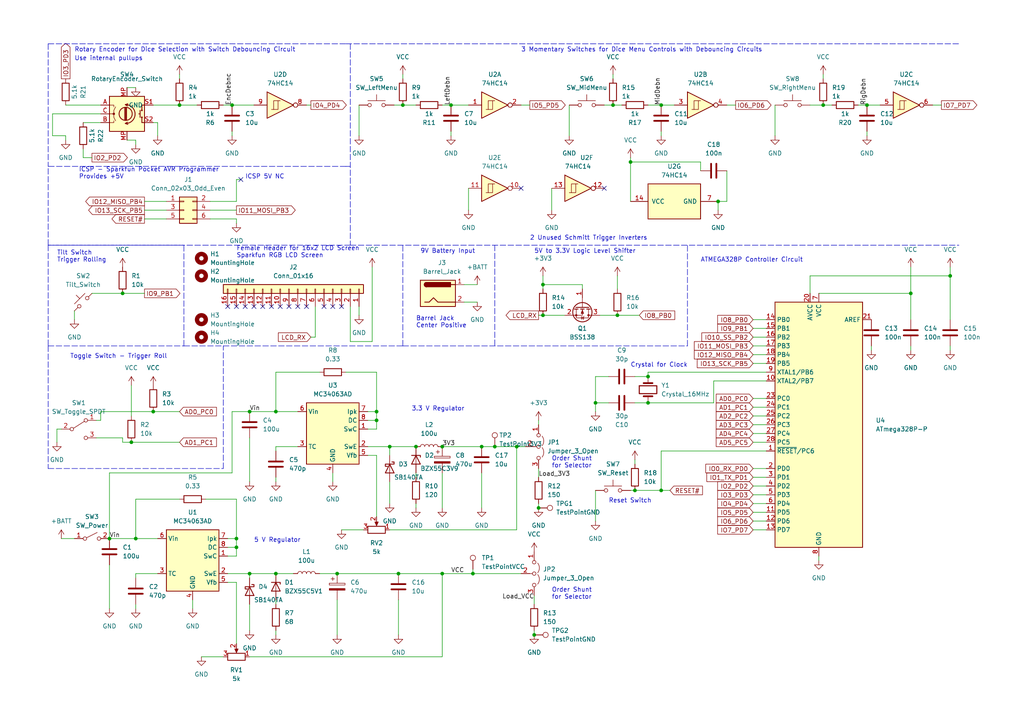
<source format=kicad_sch>
(kicad_sch (version 20210621) (generator eeschema)
  (paper "A4")
  (title_block (title "Team 2 - Dice Roller Schematic") (date "2021-10-27") (rev "1") (comment 1 "Braden Harwood, Stephen Short") (comment 2 "Drew Seidel, Michael Weston"))
  (lib_symbols
    (symbol "74xx:74HC14" (pin_names (offset 1.016))
      (property "Reference" "U" (at 0 1.27 0))
      (property "Value" "74HC14" (at 0 -1.27 0))
      (symbol "74HC14_1_0"
        (pin input line (at -7.62 0 0) (length 3.81) (name "~") (number "1"))
        (pin output inverted (at 7.62 0 180) (length 3.81) (name "~") (number "2"))
      )
      (symbol "74HC14_2_0"
        (pin input line (at -7.62 0 0) (length 3.81) (name "~") (number "3"))
        (pin output inverted (at 7.62 0 180) (length 3.81) (name "~") (number "4"))
      )
      (symbol "74HC14_3_0"
        (pin input line (at -7.62 0 0) (length 3.81) (name "~") (number "5"))
        (pin output inverted (at 7.62 0 180) (length 3.81) (name "~") (number "6"))
      )
      (symbol "74HC14_4_0"
        (pin output inverted (at 7.62 0 180) (length 3.81) (name "~") (number "8"))
        (pin input line (at -7.62 0 0) (length 3.81) (name "~") (number "9"))
      )
      (symbol "74HC14_5_0"
        (pin output inverted (at 7.62 0 180) (length 3.81) (name "~") (number "10"))
        (pin input line (at -7.62 0 0) (length 3.81) (name "~") (number "11"))
      )
      (symbol "74HC14_6_0"
        (pin output inverted (at 7.62 0 180) (length 3.81) (name "~") (number "12"))
        (pin input line (at -7.62 0 0) (length 3.81) (name "~") (number "13"))
      )
      (symbol "74HC14_7_0"
        (pin power_in line (at 0 12.7 270) (length 5.08) (name "VCC") (number "14"))
        (pin power_in line (at 0 -12.7 90) (length 5.08) (name "GND") (number "7"))
      )
    )
    (symbol "Connector:Barrel_Jack" (pin_names (offset 1.016))
      (property "Reference" "J" (at 0 5.334 0))
      (property "Value" "Barrel_Jack" (at 0 -5.08 0))
      (symbol "Barrel_Jack_1_1"
        (pin passive line (at 7.62 2.54 180) (length 2.54) (name "~") (number "1"))
        (pin passive line (at 7.62 -2.54 180) (length 2.54) (name "~") (number "2"))
      )
    )
    (symbol "Connector:TestPoint" (pin_numbers hide) (pin_names (offset 0.762) hide)
      (property "Reference" "TP" (at 0 6.858 0))
      (property "Value" "TestPoint" (at 0 5.08 0))
      (symbol "TestPoint_1_1"
        (pin passive line (at 0 0 90) (length 2.54) (name "1") (number "1"))
      )
    )
    (symbol "Connector_Generic:Conn_01x16" (pin_names (offset 1.016) hide)
      (property "Reference" "J" (at 0 20.32 0))
      (property "Value" "Conn_01x16" (at 0 -22.86 0))
      (symbol "Conn_01x16_1_1"
        (pin passive line (at -5.08 17.78 0) (length 3.81) (name "Pin_1") (number "1"))
        (pin passive line (at -5.08 -5.08 0) (length 3.81) (name "Pin_10") (number "10"))
        (pin passive line (at -5.08 -7.62 0) (length 3.81) (name "Pin_11") (number "11"))
        (pin passive line (at -5.08 -10.16 0) (length 3.81) (name "Pin_12") (number "12"))
        (pin passive line (at -5.08 -12.7 0) (length 3.81) (name "Pin_13") (number "13"))
        (pin passive line (at -5.08 -15.24 0) (length 3.81) (name "Pin_14") (number "14"))
        (pin passive line (at -5.08 -17.78 0) (length 3.81) (name "Pin_15") (number "15"))
        (pin passive line (at -5.08 -20.32 0) (length 3.81) (name "Pin_16") (number "16"))
        (pin passive line (at -5.08 15.24 0) (length 3.81) (name "Pin_2") (number "2"))
        (pin passive line (at -5.08 12.7 0) (length 3.81) (name "Pin_3") (number "3"))
        (pin passive line (at -5.08 10.16 0) (length 3.81) (name "Pin_4") (number "4"))
        (pin passive line (at -5.08 7.62 0) (length 3.81) (name "Pin_5") (number "5"))
        (pin passive line (at -5.08 5.08 0) (length 3.81) (name "Pin_6") (number "6"))
        (pin passive line (at -5.08 2.54 0) (length 3.81) (name "Pin_7") (number "7"))
        (pin passive line (at -5.08 0 0) (length 3.81) (name "Pin_8") (number "8"))
        (pin passive line (at -5.08 -2.54 0) (length 3.81) (name "Pin_9") (number "9"))
      )
    )
    (symbol "Connector_Generic:Conn_02x03_Odd_Even" (pin_names (offset 1.016) hide)
      (property "Reference" "J" (at 1.27 5.08 0))
      (property "Value" "Conn_02x03_Odd_Even" (at 1.27 -5.08 0))
      (symbol "Conn_02x03_Odd_Even_1_1"
        (pin passive line (at -5.08 2.54 0) (length 3.81) (name "Pin_1") (number "1"))
        (pin passive line (at 7.62 2.54 180) (length 3.81) (name "Pin_2") (number "2"))
        (pin passive line (at -5.08 0 0) (length 3.81) (name "Pin_3") (number "3"))
        (pin passive line (at 7.62 0 180) (length 3.81) (name "Pin_4") (number "4"))
        (pin passive line (at -5.08 -2.54 0) (length 3.81) (name "Pin_5") (number "5"))
        (pin passive line (at 7.62 -2.54 180) (length 3.81) (name "Pin_6") (number "6"))
      )
    )
    (symbol "Device:C" (pin_numbers hide) (pin_names (offset 0.254))
      (property "Reference" "C" (at 0.635 2.54 0))
      (property "Value" "C" (at 0.635 -2.54 0))
      (symbol "C_1_1"
        (pin passive line (at 0 3.81 270) (length 2.794) (name "~") (number "1"))
        (pin passive line (at 0 -3.81 90) (length 2.794) (name "~") (number "2"))
      )
    )
    (symbol "Device:C_Polarized" (pin_numbers hide) (pin_names (offset 0.254))
      (property "Reference" "C" (at 0.635 2.54 0))
      (property "Value" "C_Polarized" (at 0.635 -2.54 0))
      (symbol "C_Polarized_1_1"
        (pin passive line (at 0 3.81 270) (length 2.794) (name "~") (number "1"))
        (pin passive line (at 0 -3.81 90) (length 2.794) (name "~") (number "2"))
      )
    )
    (symbol "Device:Crystal" (pin_numbers hide) (pin_names (offset 1.016) hide)
      (property "Reference" "Y" (at 0 3.81 0))
      (property "Value" "Crystal" (at 0 -3.81 0))
      (symbol "Crystal_1_1"
        (pin passive line (at -3.81 0 0) (length 1.27) (name "1") (number "1"))
        (pin passive line (at 3.81 0 180) (length 1.27) (name "2") (number "2"))
      )
    )
    (symbol "Device:D_Schottky" (pin_numbers hide) (pin_names (offset 1.016) hide)
      (property "Reference" "D" (at 0 2.54 0))
      (property "Value" "D_Schottky" (at 0 -2.54 0))
      (symbol "D_Schottky_1_1"
        (pin passive line (at -3.81 0 0) (length 2.54) (name "K") (number "1"))
        (pin passive line (at 3.81 0 180) (length 2.54) (name "A") (number "2"))
      )
    )
    (symbol "Device:D_Zener" (pin_numbers hide) (pin_names (offset 1.016) hide)
      (property "Reference" "D" (at 0 2.54 0))
      (property "Value" "D_Zener" (at 0 -2.54 0))
      (symbol "D_Zener_1_1"
        (pin passive line (at -3.81 0 0) (length 2.54) (name "K") (number "1"))
        (pin passive line (at 3.81 0 180) (length 2.54) (name "A") (number "2"))
      )
    )
    (symbol "Device:L" (pin_numbers hide) (pin_names (offset 1.016) hide)
      (property "Reference" "L" (at -1.27 0 90))
      (property "Value" "L" (at 1.905 0 90))
      (symbol "L_1_1"
        (pin passive line (at 0 3.81 270) (length 1.27) (name "1") (number "1"))
        (pin passive line (at 0 -3.81 90) (length 1.27) (name "2") (number "2"))
      )
    )
    (symbol "Device:R" (pin_numbers hide) (pin_names (offset 0))
      (property "Reference" "R" (at 2.032 0 90))
      (property "Value" "R" (at 0 0 90))
      (symbol "R_1_1"
        (pin passive line (at 0 3.81 270) (length 1.27) (name "~") (number "1"))
        (pin passive line (at 0 -3.81 90) (length 1.27) (name "~") (number "2"))
      )
    )
    (symbol "Device:R_Potentiometer" (pin_names (offset 1.016) hide)
      (property "Reference" "RV" (at -4.445 0 90))
      (property "Value" "R_Potentiometer" (at -2.54 0 90))
      (symbol "R_Potentiometer_1_1"
        (pin passive line (at 0 3.81 270) (length 1.27) (name "1") (number "1"))
        (pin passive line (at 3.81 0 180) (length 1.27) (name "2") (number "2"))
        (pin passive line (at 0 -3.81 90) (length 1.27) (name "3") (number "3"))
      )
    )
    (symbol "Jumper:Jumper_3_Open" (pin_names (offset 0) hide)
      (property "Reference" "JP" (at -2.54 -2.54 0))
      (property "Value" "Jumper_3_Open" (at 0 2.794 0))
      (symbol "Jumper_3_Open_1_1"
        (pin passive line (at -6.35 0 0) (length 2.54) (name "A") (number "1"))
        (pin input line (at 0 -3.81 90) (length 2.54) (name "C") (number "2"))
        (pin passive line (at 6.35 0 180) (length 2.54) (name "B") (number "3"))
      )
    )
    (symbol "MCU_Microchip_ATmega:ATmega328P-P"
      (property "Reference" "U" (at -12.7 36.83 0))
      (property "Value" "ATmega328P-P" (at 2.54 -36.83 0))
      (symbol "ATmega328P-P_1_1"
        (pin bidirectional line (at 15.24 -7.62 180) (length 2.54) (name "~{RESET}/PC6") (number "1"))
        (pin bidirectional line (at 15.24 12.7 180) (length 2.54) (name "XTAL2/PB7") (number "10"))
        (pin bidirectional line (at 15.24 -25.4 180) (length 2.54) (name "PD5") (number "11"))
        (pin bidirectional line (at 15.24 -27.94 180) (length 2.54) (name "PD6") (number "12"))
        (pin bidirectional line (at 15.24 -30.48 180) (length 2.54) (name "PD7") (number "13"))
        (pin bidirectional line (at 15.24 30.48 180) (length 2.54) (name "PB0") (number "14"))
        (pin bidirectional line (at 15.24 27.94 180) (length 2.54) (name "PB1") (number "15"))
        (pin bidirectional line (at 15.24 25.4 180) (length 2.54) (name "PB2") (number "16"))
        (pin bidirectional line (at 15.24 22.86 180) (length 2.54) (name "PB3") (number "17"))
        (pin bidirectional line (at 15.24 20.32 180) (length 2.54) (name "PB4") (number "18"))
        (pin bidirectional line (at 15.24 17.78 180) (length 2.54) (name "PB5") (number "19"))
        (pin bidirectional line (at 15.24 -12.7 180) (length 2.54) (name "PD0") (number "2"))
        (pin power_in line (at 2.54 38.1 270) (length 2.54) (name "AVCC") (number "20"))
        (pin passive line (at -15.24 30.48 0) (length 2.54) (name "AREF") (number "21"))
        (pin passive line (at 0 -38.1 90) (length 2.54) hide (name "GND") (number "22"))
        (pin bidirectional line (at 15.24 7.62 180) (length 2.54) (name "PC0") (number "23"))
        (pin bidirectional line (at 15.24 5.08 180) (length 2.54) (name "PC1") (number "24"))
        (pin bidirectional line (at 15.24 2.54 180) (length 2.54) (name "PC2") (number "25"))
        (pin bidirectional line (at 15.24 0 180) (length 2.54) (name "PC3") (number "26"))
        (pin bidirectional line (at 15.24 -2.54 180) (length 2.54) (name "PC4") (number "27"))
        (pin bidirectional line (at 15.24 -5.08 180) (length 2.54) (name "PC5") (number "28"))
        (pin bidirectional line (at 15.24 -15.24 180) (length 2.54) (name "PD1") (number "3"))
        (pin bidirectional line (at 15.24 -17.78 180) (length 2.54) (name "PD2") (number "4"))
        (pin bidirectional line (at 15.24 -20.32 180) (length 2.54) (name "PD3") (number "5"))
        (pin bidirectional line (at 15.24 -22.86 180) (length 2.54) (name "PD4") (number "6"))
        (pin power_in line (at 0 38.1 270) (length 2.54) (name "VCC") (number "7"))
        (pin power_in line (at 0 -38.1 90) (length 2.54) (name "GND") (number "8"))
        (pin bidirectional line (at 15.24 15.24 180) (length 2.54) (name "XTAL1/PB6") (number "9"))
      )
    )
    (symbol "Mechanical:MountingHole" (pin_names (offset 1.016))
      (property "Reference" "H" (at 0 5.08 0))
      (property "Value" "MountingHole" (at 0 3.175 0))
    )
    (symbol "Regulator_Switching:MC34063AD"
      (property "Reference" "U" (at -7.62 8.89 0))
      (property "Value" "MC34063AD" (at 0 8.89 0))
      (symbol "MC34063AD_1_1"
        (pin open_collector line (at 10.16 0 180) (length 2.54) (name "SwC") (number "1"))
        (pin open_emitter line (at 10.16 -5.08 180) (length 2.54) (name "SwE") (number "2"))
        (pin passive line (at -10.16 -5.08 0) (length 2.54) (name "TC") (number "3"))
        (pin power_in line (at 0 -12.7 90) (length 2.54) (name "GND") (number "4"))
        (pin input line (at 10.16 -7.62 180) (length 2.54) (name "Vfb") (number "5"))
        (pin power_in line (at -10.16 5.08 0) (length 2.54) (name "Vin") (number "6"))
        (pin input line (at 10.16 5.08 180) (length 2.54) (name "Ipk") (number "7"))
        (pin open_collector line (at 10.16 2.54 180) (length 2.54) (name "DC") (number "8"))
      )
    )
    (symbol "RotaryEncoder_Switch_1" (pin_names (offset 0.254) hide)
      (property "Reference" "SW4" (at 0 11.43 0))
      (property "Value" "RotaryEncoder_Switch" (at 0 10.16 0))
      (symbol "RotaryEncoder_Switch_1_1_1"
        (pin passive line (at -7.62 2.54 0) (length 2.54) (name "A") (number "A"))
        (pin passive line (at -7.62 -2.54 0) (length 2.54) (name "B") (number "B"))
        (pin passive line (at -7.62 0 0) (length 2.54) (name "C") (number "C"))
        (pin passive line (at 0 -7.62 90) (length 2.54) (name "MP") (number "MP"))
        (pin passive line (at 0 7.62 270) (length 2.54) (name "MP") (number "MP"))
        (pin passive line (at 7.62 2.54 180) (length 2.54) (name "S1") (number "S1"))
        (pin passive line (at 7.62 -2.54 180) (length 2.54) (name "S2") (number "S2"))
      )
    )
    (symbol "Switch:SW_Push" (pin_numbers hide) (pin_names (offset 1.016) hide)
      (property "Reference" "SW" (at 1.27 2.54 0))
      (property "Value" "SW_Push" (at 0 -1.524 0))
      (symbol "SW_Push_0_1"
        (pin passive line (at -5.08 0 0) (length 2.54) (name "1") (number "1"))
        (pin passive line (at 5.08 0 180) (length 2.54) (name "2") (number "2"))
      )
    )
    (symbol "Switch:SW_Push_45deg" (pin_numbers hide) (pin_names (offset 1.016) hide)
      (property "Reference" "SW" (at 3.048 1.016 0))
      (property "Value" "SW_Push_45deg" (at 0 -3.81 0))
      (symbol "SW_Push_45deg_0_1"
        (pin passive line (at -2.54 2.54 0) (length 0) (name "1") (number "1"))
        (pin passive line (at 2.54 -2.54 180) (length 0) (name "2") (number "2"))
      )
    )
    (symbol "Switch:SW_SPDT" (pin_names (offset 0) hide)
      (property "Reference" "SW" (at 0 4.318 0))
      (property "Value" "SW_SPDT" (at 0 -5.08 0))
      (symbol "SW_SPDT_1_1"
        (pin passive line (at 5.08 2.54 180) (length 2.54) (name "A") (number "1"))
        (pin passive line (at -5.08 0 0) (length 2.54) (name "B") (number "2"))
        (pin passive line (at 5.08 -2.54 180) (length 2.54) (name "C") (number "3"))
      )
    )
    (symbol "Switch:SW_SPST" (pin_names (offset 0) hide)
      (property "Reference" "SW" (at 0 3.175 0))
      (property "Value" "SW_SPST" (at 0 -2.54 0))
      (symbol "SW_SPST_1_1"
        (pin passive line (at -5.08 0 0) (length 2.54) (name "A") (number "1"))
        (pin passive line (at 5.08 0 180) (length 2.54) (name "B") (number "2"))
      )
    )
    (symbol "Transistor_FET:BSS138" (pin_names hide)
      (property "Reference" "Q" (at 5.08 1.905 0))
      (property "Value" "BSS138" (at 5.08 0 0))
      (symbol "BSS138_1_1"
        (pin input line (at -5.08 0 0) (length 2.54) (name "G") (number "1"))
        (pin passive line (at 2.54 -5.08 90) (length 2.54) (name "S") (number "2"))
        (pin passive line (at 2.54 5.08 270) (length 2.54) (name "D") (number "3"))
      )
    )
    (symbol "power:+3.3V" (power) (pin_names (offset 0))
      (property "Value" "+3.3V" (at 0 3.556 0))
      (symbol "+3.3V_1_1"
        (pin power_in line (at 0 0 90) (length 0) hide (name "+3V3") (number "1"))
      )
    )
    (symbol "power:+BATT" (power) (pin_names (offset 0))
      (property "Value" "+BATT" (at 0 3.556 0))
      (symbol "+BATT_1_1"
        (pin power_in line (at 0 0 90) (length 0) hide (name "+BATT") (number "1"))
      )
    )
    (symbol "power:GND" (power) (pin_names (offset 0))
      (property "Value" "GND" (at 0 -3.81 0))
      (symbol "GND_1_1"
        (pin power_in line (at 0 0 270) (length 0) hide (name "GND") (number "1"))
      )
    )
    (symbol "power:VCC" (power) (pin_names (offset 0))
      (property "Value" "VCC" (at 0 3.81 0))
      (symbol "VCC_1_1"
        (pin power_in line (at 0 0 90) (length 0) hide (name "VCC") (number "1"))
      )
    )
  )
  (junction (at 31.75 156.21))
  (junction (at 35.56 85.09))
  (junction (at 38.1 128.27))
  (junction (at 39.37 156.21))
  (junction (at 44.45 119.38))
  (junction (at 52.07 30.48))
  (junction (at 67.31 30.48))
  (junction (at 68.58 156.21))
  (junction (at 68.58 158.75))
  (junction (at 72.39 119.38))
  (junction (at 72.39 166.37))
  (junction (at 80.01 119.38))
  (junction (at 80.01 166.37))
  (junction (at 97.79 166.37))
  (junction (at 109.22 119.38))
  (junction (at 109.22 121.92))
  (junction (at 113.03 129.54))
  (junction (at 115.57 166.37))
  (junction (at 116.84 30.48))
  (junction (at 120.65 129.54))
  (junction (at 128.27 129.54))
  (junction (at 128.27 166.37))
  (junction (at 130.81 30.48))
  (junction (at 137.16 166.37))
  (junction (at 139.7 129.54))
  (junction (at 143.51 129.54))
  (junction (at 149.86 129.54))
  (junction (at 154.94 184.15))
  (junction (at 156.21 147.32))
  (junction (at 157.48 82.55))
  (junction (at 157.48 91.44))
  (junction (at 172.72 116.84))
  (junction (at 177.8 30.48))
  (junction (at 179.07 91.44))
  (junction (at 182.88 46.99))
  (junction (at 184.15 142.24))
  (junction (at 187.96 109.22))
  (junction (at 187.96 116.84))
  (junction (at 191.77 30.48))
  (junction (at 191.77 142.24))
  (junction (at 208.28 58.42))
  (junction (at 238.76 30.48))
  (junction (at 251.46 30.48))
  (junction (at 264.16 85.09))
  (junction (at 275.59 80.01))
  (no_connect (at 66.04 88.9))
  (no_connect (at 68.58 88.9))
  (no_connect (at 69.85 52.07))
  (no_connect (at 71.12 88.9))
  (no_connect (at 73.66 88.9))
  (no_connect (at 76.2 88.9))
  (no_connect (at 78.74 88.9))
  (no_connect (at 81.28 88.9))
  (no_connect (at 83.82 88.9))
  (no_connect (at 86.36 88.9))
  (no_connect (at 88.9 88.9))
  (no_connect (at 93.98 88.9))
  (no_connect (at 96.52 88.9))
  (no_connect (at 99.06 88.9))
  (no_connect (at 151.13 54.61))
  (no_connect (at 175.26 54.61))
  (wire (pts (xy 15.24 33.02) (xy 29.21 33.02)))
  (wire (pts (xy 15.24 39.37) (xy 15.24 33.02)))
  (wire (pts (xy 15.24 39.37) (xy 19.05 39.37)))
  (wire (pts (xy 16.51 124.46) (xy 17.78 124.46)))
  (wire (pts (xy 16.51 128.27) (xy 16.51 124.46)))
  (wire (pts (xy 17.78 156.21) (xy 21.59 156.21)))
  (wire (pts (xy 19.05 30.48) (xy 29.21 30.48)))
  (wire (pts (xy 19.05 39.37) (xy 19.05 40.64)))
  (wire (pts (xy 21.59 90.17) (xy 21.59 92.71)))
  (wire (pts (xy 24.13 35.56) (xy 29.21 35.56)))
  (wire (pts (xy 24.13 43.18) (xy 24.13 45.72)))
  (wire (pts (xy 24.13 45.72) (xy 26.67 45.72)))
  (wire (pts (xy 26.67 85.09) (xy 35.56 85.09)))
  (wire (pts (xy 27.94 127) (xy 35.56 127)))
  (wire (pts (xy 29.21 119.38) (xy 29.21 121.92)))
  (wire (pts (xy 29.21 119.38) (xy 44.45 119.38)))
  (wire (pts (xy 29.21 121.92) (xy 27.94 121.92)))
  (wire (pts (xy 31.75 137.16) (xy 67.31 137.16)))
  (wire (pts (xy 31.75 156.21) (xy 31.75 137.16)))
  (wire (pts (xy 31.75 156.21) (xy 39.37 156.21)))
  (wire (pts (xy 31.75 163.83) (xy 31.75 176.53)))
  (wire (pts (xy 35.56 85.09) (xy 41.91 85.09)))
  (wire (pts (xy 35.56 127) (xy 35.56 128.27)))
  (wire (pts (xy 35.56 128.27) (xy 38.1 128.27)))
  (wire (pts (xy 36.83 25.4) (xy 39.37 25.4)))
  (wire (pts (xy 36.83 40.64) (xy 39.37 40.64)))
  (wire (pts (xy 38.1 111.76) (xy 38.1 120.65)))
  (wire (pts (xy 38.1 128.27) (xy 52.07 128.27)))
  (wire (pts (xy 39.37 40.64) (xy 39.37 41.91)))
  (wire (pts (xy 39.37 144.78) (xy 39.37 156.21)))
  (wire (pts (xy 39.37 156.21) (xy 45.72 156.21)))
  (wire (pts (xy 39.37 166.37) (xy 45.72 166.37)))
  (wire (pts (xy 39.37 167.64) (xy 39.37 166.37)))
  (wire (pts (xy 39.37 175.26) (xy 39.37 176.53)))
  (wire (pts (xy 41.91 58.42) (xy 48.26 58.42)))
  (wire (pts (xy 41.91 60.96) (xy 48.26 60.96)))
  (wire (pts (xy 41.91 63.5) (xy 48.26 63.5)))
  (wire (pts (xy 44.45 30.48) (xy 52.07 30.48)))
  (wire (pts (xy 44.45 35.56) (xy 45.72 35.56)))
  (wire (pts (xy 44.45 119.38) (xy 52.07 119.38)))
  (wire (pts (xy 45.72 39.37) (xy 45.72 35.56)))
  (wire (pts (xy 52.07 21.59) (xy 52.07 22.86)))
  (wire (pts (xy 52.07 30.48) (xy 57.15 30.48)))
  (wire (pts (xy 52.07 144.78) (xy 39.37 144.78)))
  (wire (pts (xy 55.88 173.99) (xy 55.88 176.53)))
  (wire (pts (xy 58.42 190.5) (xy 64.77 190.5)))
  (wire (pts (xy 59.69 144.78) (xy 68.58 144.78)))
  (wire (pts (xy 60.96 58.42) (xy 68.58 58.42)))
  (wire (pts (xy 60.96 60.96) (xy 68.58 60.96)))
  (wire (pts (xy 60.96 63.5) (xy 68.58 63.5)))
  (wire (pts (xy 64.77 30.48) (xy 67.31 30.48)))
  (wire (pts (xy 66.04 156.21) (xy 68.58 156.21)))
  (wire (pts (xy 66.04 158.75) (xy 68.58 158.75)))
  (wire (pts (xy 66.04 166.37) (xy 72.39 166.37)))
  (wire (pts (xy 67.31 30.48) (xy 73.66 30.48)))
  (wire (pts (xy 67.31 38.1) (xy 67.31 39.37)))
  (wire (pts (xy 67.31 119.38) (xy 72.39 119.38)))
  (wire (pts (xy 67.31 137.16) (xy 67.31 119.38)))
  (wire (pts (xy 68.58 52.07) (xy 68.58 58.42)))
  (wire (pts (xy 68.58 63.5) (xy 68.58 64.77)))
  (wire (pts (xy 68.58 144.78) (xy 68.58 156.21)))
  (wire (pts (xy 68.58 156.21) (xy 68.58 158.75)))
  (wire (pts (xy 68.58 158.75) (xy 68.58 161.29)))
  (wire (pts (xy 68.58 161.29) (xy 66.04 161.29)))
  (wire (pts (xy 68.58 168.91) (xy 66.04 168.91)))
  (wire (pts (xy 68.58 186.69) (xy 68.58 168.91)))
  (wire (pts (xy 69.85 52.07) (xy 68.58 52.07)))
  (wire (pts (xy 72.39 119.38) (xy 80.01 119.38)))
  (wire (pts (xy 72.39 127) (xy 72.39 139.7)))
  (wire (pts (xy 72.39 166.37) (xy 72.39 167.64)))
  (wire (pts (xy 72.39 166.37) (xy 80.01 166.37)))
  (wire (pts (xy 72.39 175.26) (xy 72.39 182.88)))
  (wire (pts (xy 72.39 190.5) (xy 128.27 190.5)))
  (wire (pts (xy 80.01 107.95) (xy 80.01 119.38)))
  (wire (pts (xy 80.01 119.38) (xy 86.36 119.38)))
  (wire (pts (xy 80.01 129.54) (xy 86.36 129.54)))
  (wire (pts (xy 80.01 130.81) (xy 80.01 129.54)))
  (wire (pts (xy 80.01 138.43) (xy 80.01 139.7)))
  (wire (pts (xy 80.01 166.37) (xy 85.09 166.37)))
  (wire (pts (xy 80.01 173.99) (xy 80.01 175.26)))
  (wire (pts (xy 80.01 182.88) (xy 80.01 184.15)))
  (wire (pts (xy 88.9 30.48) (xy 90.17 30.48)))
  (wire (pts (xy 90.17 97.79) (xy 91.44 97.79)))
  (wire (pts (xy 91.44 88.9) (xy 91.44 97.79)))
  (wire (pts (xy 92.71 107.95) (xy 80.01 107.95)))
  (wire (pts (xy 92.71 166.37) (xy 97.79 166.37)))
  (wire (pts (xy 96.52 137.16) (xy 96.52 139.7)))
  (wire (pts (xy 97.79 166.37) (xy 115.57 166.37)))
  (wire (pts (xy 97.79 173.99) (xy 97.79 184.15)))
  (wire (pts (xy 99.06 153.67) (xy 105.41 153.67)))
  (wire (pts (xy 100.33 107.95) (xy 109.22 107.95)))
  (wire (pts (xy 101.6 88.9) (xy 101.6 99.06)))
  (wire (pts (xy 101.6 99.06) (xy 107.95 99.06)))
  (wire (pts (xy 104.14 30.48) (xy 104.14 39.37)))
  (wire (pts (xy 104.14 88.9) (xy 104.14 91.44)))
  (wire (pts (xy 106.68 119.38) (xy 109.22 119.38)))
  (wire (pts (xy 106.68 121.92) (xy 109.22 121.92)))
  (wire (pts (xy 106.68 129.54) (xy 113.03 129.54)))
  (wire (pts (xy 107.95 99.06) (xy 107.95 77.47)))
  (wire (pts (xy 109.22 107.95) (xy 109.22 119.38)))
  (wire (pts (xy 109.22 119.38) (xy 109.22 121.92)))
  (wire (pts (xy 109.22 121.92) (xy 109.22 124.46)))
  (wire (pts (xy 109.22 124.46) (xy 106.68 124.46)))
  (wire (pts (xy 109.22 132.08) (xy 106.68 132.08)))
  (wire (pts (xy 109.22 149.86) (xy 109.22 132.08)))
  (wire (pts (xy 113.03 129.54) (xy 113.03 132.08)))
  (wire (pts (xy 113.03 129.54) (xy 120.65 129.54)))
  (wire (pts (xy 113.03 139.7) (xy 113.03 146.05)))
  (wire (pts (xy 113.03 153.67) (xy 149.86 153.67)))
  (wire (pts (xy 114.3 30.48) (xy 116.84 30.48)))
  (wire (pts (xy 115.57 166.37) (xy 128.27 166.37)))
  (wire (pts (xy 115.57 173.99) (xy 115.57 184.15)))
  (wire (pts (xy 116.84 21.59) (xy 116.84 22.86)))
  (wire (pts (xy 116.84 30.48) (xy 120.65 30.48)))
  (wire (pts (xy 120.65 137.16) (xy 120.65 138.43)))
  (wire (pts (xy 120.65 146.05) (xy 120.65 147.32)))
  (wire (pts (xy 128.27 30.48) (xy 130.81 30.48)))
  (wire (pts (xy 128.27 129.54) (xy 139.7 129.54)))
  (wire (pts (xy 128.27 137.16) (xy 128.27 147.32)))
  (wire (pts (xy 128.27 166.37) (xy 128.27 190.5)))
  (wire (pts (xy 128.27 166.37) (xy 137.16 166.37)))
  (wire (pts (xy 130.81 30.48) (xy 135.89 30.48)))
  (wire (pts (xy 130.81 38.1) (xy 130.81 39.37)))
  (wire (pts (xy 134.62 82.55) (xy 138.43 82.55)))
  (wire (pts (xy 134.62 87.63) (xy 138.43 87.63)))
  (wire (pts (xy 135.89 54.61) (xy 135.89 60.96)))
  (wire (pts (xy 137.16 165.1) (xy 137.16 166.37)))
  (wire (pts (xy 137.16 166.37) (xy 151.13 166.37)))
  (wire (pts (xy 139.7 129.54) (xy 143.51 129.54)))
  (wire (pts (xy 139.7 137.16) (xy 139.7 147.32)))
  (wire (pts (xy 143.51 129.54) (xy 149.86 129.54)))
  (wire (pts (xy 149.86 129.54) (xy 149.86 153.67)))
  (wire (pts (xy 149.86 129.54) (xy 152.4 129.54)))
  (wire (pts (xy 151.13 30.48) (xy 153.67 30.48)))
  (wire (pts (xy 154.94 172.72) (xy 154.94 175.26)))
  (wire (pts (xy 154.94 182.88) (xy 154.94 184.15)))
  (wire (pts (xy 156.21 91.44) (xy 157.48 91.44)))
  (wire (pts (xy 156.21 121.92) (xy 156.21 123.19)))
  (wire (pts (xy 156.21 135.89) (xy 156.21 138.43)))
  (wire (pts (xy 156.21 146.05) (xy 156.21 147.32)))
  (wire (pts (xy 157.48 80.01) (xy 157.48 82.55)))
  (wire (pts (xy 157.48 82.55) (xy 157.48 83.82)))
  (wire (pts (xy 157.48 91.44) (xy 163.83 91.44)))
  (wire (pts (xy 160.02 54.61) (xy 160.02 60.96)))
  (wire (pts (xy 165.1 30.48) (xy 165.1 39.37)))
  (wire (pts (xy 168.91 82.55) (xy 157.48 82.55)))
  (wire (pts (xy 168.91 83.82) (xy 168.91 82.55)))
  (wire (pts (xy 172.72 109.22) (xy 172.72 116.84)))
  (wire (pts (xy 172.72 116.84) (xy 172.72 119.38)))
  (wire (pts (xy 172.72 116.84) (xy 176.53 116.84)))
  (wire (pts (xy 172.72 142.24) (xy 172.72 151.13)))
  (wire (pts (xy 173.99 91.44) (xy 179.07 91.44)))
  (wire (pts (xy 175.26 30.48) (xy 177.8 30.48)))
  (wire (pts (xy 176.53 109.22) (xy 172.72 109.22)))
  (wire (pts (xy 177.8 21.59) (xy 177.8 22.86)))
  (wire (pts (xy 177.8 30.48) (xy 180.34 30.48)))
  (wire (pts (xy 179.07 80.01) (xy 179.07 83.82)))
  (wire (pts (xy 179.07 91.44) (xy 185.42 91.44)))
  (wire (pts (xy 182.88 45.72) (xy 182.88 46.99)))
  (wire (pts (xy 182.88 46.99) (xy 182.88 58.42)))
  (wire (pts (xy 182.88 142.24) (xy 184.15 142.24)))
  (wire (pts (xy 184.15 109.22) (xy 187.96 109.22)))
  (wire (pts (xy 184.15 116.84) (xy 187.96 116.84)))
  (wire (pts (xy 184.15 133.35) (xy 184.15 134.62)))
  (wire (pts (xy 184.15 142.24) (xy 191.77 142.24)))
  (wire (pts (xy 187.96 30.48) (xy 191.77 30.48)))
  (wire (pts (xy 187.96 107.95) (xy 187.96 109.22)))
  (wire (pts (xy 187.96 107.95) (xy 222.25 107.95)))
  (wire (pts (xy 191.77 30.48) (xy 195.58 30.48)))
  (wire (pts (xy 191.77 38.1) (xy 191.77 39.37)))
  (wire (pts (xy 191.77 130.81) (xy 191.77 142.24)))
  (wire (pts (xy 191.77 130.81) (xy 222.25 130.81)))
  (wire (pts (xy 191.77 142.24) (xy 194.31 142.24)))
  (wire (pts (xy 203.2 46.99) (xy 182.88 46.99)))
  (wire (pts (xy 203.2 49.53) (xy 203.2 46.99)))
  (wire (pts (xy 207.01 110.49) (xy 207.01 116.84)))
  (wire (pts (xy 207.01 110.49) (xy 222.25 110.49)))
  (wire (pts (xy 207.01 116.84) (xy 187.96 116.84)))
  (wire (pts (xy 208.28 58.42) (xy 208.28 60.96)))
  (wire (pts (xy 210.82 30.48) (xy 213.36 30.48)))
  (wire (pts (xy 210.82 49.53) (xy 210.82 58.42)))
  (wire (pts (xy 210.82 58.42) (xy 208.28 58.42)))
  (wire (pts (xy 218.44 92.71) (xy 222.25 92.71)))
  (wire (pts (xy 218.44 95.25) (xy 222.25 95.25)))
  (wire (pts (xy 218.44 97.79) (xy 222.25 97.79)))
  (wire (pts (xy 218.44 100.33) (xy 222.25 100.33)))
  (wire (pts (xy 218.44 102.87) (xy 222.25 102.87)))
  (wire (pts (xy 218.44 105.41) (xy 222.25 105.41)))
  (wire (pts (xy 218.44 115.57) (xy 222.25 115.57)))
  (wire (pts (xy 218.44 118.11) (xy 222.25 118.11)))
  (wire (pts (xy 218.44 120.65) (xy 222.25 120.65)))
  (wire (pts (xy 218.44 123.19) (xy 222.25 123.19)))
  (wire (pts (xy 218.44 125.73) (xy 222.25 125.73)))
  (wire (pts (xy 218.44 128.27) (xy 222.25 128.27)))
  (wire (pts (xy 218.44 135.89) (xy 222.25 135.89)))
  (wire (pts (xy 218.44 138.43) (xy 222.25 138.43)))
  (wire (pts (xy 218.44 140.97) (xy 222.25 140.97)))
  (wire (pts (xy 218.44 143.51) (xy 222.25 143.51)))
  (wire (pts (xy 218.44 146.05) (xy 222.25 146.05)))
  (wire (pts (xy 218.44 148.59) (xy 222.25 148.59)))
  (wire (pts (xy 218.44 151.13) (xy 222.25 151.13)))
  (wire (pts (xy 218.44 153.67) (xy 222.25 153.67)))
  (wire (pts (xy 224.79 30.48) (xy 224.79 39.37)))
  (wire (pts (xy 234.95 30.48) (xy 238.76 30.48)))
  (wire (pts (xy 234.95 80.01) (xy 275.59 80.01)))
  (wire (pts (xy 234.95 85.09) (xy 234.95 80.01)))
  (wire (pts (xy 237.49 85.09) (xy 264.16 85.09)))
  (wire (pts (xy 237.49 161.29) (xy 237.49 162.56)))
  (wire (pts (xy 238.76 21.59) (xy 238.76 22.86)))
  (wire (pts (xy 238.76 30.48) (xy 241.3 30.48)))
  (wire (pts (xy 248.92 30.48) (xy 251.46 30.48)))
  (wire (pts (xy 251.46 30.48) (xy 255.27 30.48)))
  (wire (pts (xy 251.46 38.1) (xy 251.46 39.37)))
  (wire (pts (xy 252.73 100.33) (xy 252.73 101.6)))
  (wire (pts (xy 264.16 77.47) (xy 264.16 85.09)))
  (wire (pts (xy 264.16 85.09) (xy 264.16 92.71)))
  (wire (pts (xy 264.16 100.33) (xy 264.16 101.6)))
  (wire (pts (xy 270.51 30.48) (xy 273.05 30.48)))
  (wire (pts (xy 275.59 77.47) (xy 275.59 80.01)))
  (wire (pts (xy 275.59 80.01) (xy 275.59 92.71)))
  (wire (pts (xy 275.59 100.33) (xy 275.59 101.6)))
  (polyline (pts (xy 13.97 12.7) (xy 13.97 48.26)))
  (polyline (pts (xy 13.97 12.7) (xy 100.33 12.7)))
  (polyline (pts (xy 13.97 71.12) (xy 13.97 48.26)))
  (polyline (pts (xy 13.97 71.12) (xy 13.97 100.33)))
  (polyline (pts (xy 13.97 71.12) (xy 53.34 71.12)))
  (polyline (pts (xy 13.97 100.33) (xy 13.97 135.89)))
  (polyline (pts (xy 13.97 100.33) (xy 53.34 100.33)))
  (polyline (pts (xy 13.97 135.89) (xy 64.77 135.89)))
  (polyline (pts (xy 53.34 100.33) (xy 53.34 71.12)))
  (polyline (pts (xy 53.34 100.33) (xy 116.84 100.33)))
  (polyline (pts (xy 64.77 135.89) (xy 64.77 100.33)))
  (polyline (pts (xy 100.33 12.7) (xy 278.13 12.7)))
  (polyline (pts (xy 100.33 48.26) (xy 13.97 48.26)))
  (polyline (pts (xy 100.33 48.26) (xy 101.6 48.26)))
  (polyline (pts (xy 101.6 12.7) (xy 101.6 71.12)))
  (polyline (pts (xy 101.6 71.12) (xy 13.97 71.12)))
  (polyline (pts (xy 101.6 71.12) (xy 278.13 71.12)))
  (polyline (pts (xy 116.84 100.33) (xy 116.84 71.12)))
  (polyline (pts (xy 116.84 100.33) (xy 199.39 100.33)))
  (polyline (pts (xy 143.51 71.12) (xy 143.51 100.33)))
  (polyline (pts (xy 199.39 100.33) (xy 199.39 71.12)))
  (text "Tilt Switch\nTrigger Rolling" (at 16.51 76.2 0) (effects (font (size 1.27 1.27)) (justify left bottom)))
  (text "Toggle Switch - Trigger Roll" (at 20.32 104.14 0) (effects (font (size 1.27 1.27)) (justify left bottom)))
  (text "Rotary Encoder for Dice Selection with Switch Debouncing Circuit" (at 21.59 15.24 0) (effects (font (size 1.27 1.27)) (justify left bottom)))
  (text "Use internal pullups" (at 21.59 17.78 0) (effects (font (size 1.27 1.27)) (justify left bottom)))
  (text "ICSP - Sparkfun Pocket AVR Programmer\nProvides +5V" (at 22.86 52.07 0) (effects (font (size 1.27 1.27)) (justify left bottom)))
  (text "Female Header for 16x2 LCD Screen\nSparkfun RGB LCD Screen" (at 68.58 74.93 0) (effects (font (size 1.27 1.27)) (justify left bottom)))
  (text "ICSP 5V NC" (at 71.12 52.07 0) (effects (font (size 1.27 1.27)) (justify left bottom)))
  (text "5 V Regulator" (at 73.66 157.48 0) (effects (font (size 1.27 1.27)) (justify left bottom)))
  (text "3.3 V Regulator" (at 119.38 119.38 0) (effects (font (size 1.27 1.27)) (justify left bottom)))
  (text "Barrel Jack\nCenter Positive" (at 120.65 95.25 0) (effects (font (size 1.27 1.27)) (justify left bottom)))
  (text "9V Battery Input" (at 121.92 73.66 0) (effects (font (size 1.27 1.27)) (justify left bottom)))
  (text "3 Momentary Switches for Dice Menu Controls with Debouncing Circuits" (at 151.13 15.24 0) (effects (font (size 1.27 1.27)) (justify left bottom)))
  (text "2 Unused Schmitt Trigger Inverters" (at 153.67 69.85 0) (effects (font (size 1.27 1.27)) (justify left bottom)))
  (text "5V to 3.3V Logic Level Shifter" (at 154.94 73.66 0) (effects (font (size 1.27 1.27)) (justify left bottom)))
  (text "Order Shunt\nfor Selector" (at 160.02 135.89 0) (effects (font (size 1.27 1.27)) (justify left bottom)))
  (text "Order Shunt\nfor Selector" (at 160.02 173.99 0) (effects (font (size 1.27 1.27)) (justify left bottom)))
  (text "Reset Switch" (at 176.53 146.05 0) (effects (font (size 1.27 1.27)) (justify left bottom)))
  (text "Crystal for Clock" (at 182.88 106.68 0) (effects (font (size 1.27 1.27)) (justify left bottom)))
  (text "ATMEGA328P Controller Circuit" (at 203.2 76.2 0) (effects (font (size 1.27 1.27)) (justify left bottom)))
  (label "Vin" (at 31.75 156.21 0))
  (label "EncDebnc" (at 67.31 30.48 90))
  (label "Vin" (at 72.39 119.38 0))
  (label "3V3" (at 128.27 129.54 0))
  (label "LeftDebn" (at 130.81 30.48 90))
  (label "VCC" (at 130.81 166.37 0))
  (label "Load_VCC" (at 154.94 173.99 180))
  (label "Load_3V3" (at 156.21 138.43 0))
  (label "MidDebn" (at 191.77 30.48 90))
  (label "RigDebn" (at 251.46 30.48 90))
  (global_label "IO3_PD3" (shape output) (at 19.05 22.86 90) (property "Intersheet References" "${INTERSHEET_REFS}" (effects hide)))
  (global_label "IO2_PD2" (shape output) (at 26.67 45.72 0) (property "Intersheet References" "${INTERSHEET_REFS}" (effects hide)))
  (global_label "IO12_MISO_PB4" (shape output) (at 41.91 58.42 180) (property "Intersheet References" "${INTERSHEET_REFS}" (effects hide)))
  (global_label "IO13_SCK_PB5" (shape output) (at 41.91 60.96 180) (property "Intersheet References" "${INTERSHEET_REFS}" (effects hide)))
  (global_label "RESET#" (shape output) (at 41.91 63.5 180) (property "Intersheet References" "${INTERSHEET_REFS}" (effects hide)))
  (global_label "IO9_PB1" (shape output) (at 41.91 85.09 0) (property "Intersheet References" "${INTERSHEET_REFS}" (effects hide)))
  (global_label "AD0_PC0" (shape input) (at 52.07 119.38 0) (property "Intersheet References" "${INTERSHEET_REFS}" (effects hide)))
  (global_label "AD1_PC1" (shape input) (at 52.07 128.27 0) (property "Intersheet References" "${INTERSHEET_REFS}" (effects hide)))
  (global_label "IO11_MOSI_PB3" (shape output) (at 68.58 60.96 0) (property "Intersheet References" "${INTERSHEET_REFS}" (effects hide)))
  (global_label "IO4_PD4" (shape output) (at 90.17 30.48 0) (property "Intersheet References" "${INTERSHEET_REFS}" (effects hide)))
  (global_label "LCD_RX" (shape input) (at 90.17 97.79 180) (property "Intersheet References" "${INTERSHEET_REFS}" (effects hide)))
  (global_label "IO5_PD5" (shape output) (at 153.67 30.48 0) (property "Intersheet References" "${INTERSHEET_REFS}" (effects hide)))
  (global_label "LCD_RX" (shape output) (at 156.21 91.44 180) (property "Intersheet References" "${INTERSHEET_REFS}" (effects hide)))
  (global_label "IO8_PB0" (shape input) (at 185.42 91.44 0) (property "Intersheet References" "${INTERSHEET_REFS}" (effects hide)))
  (global_label "RESET#" (shape input) (at 194.31 142.24 0) (property "Intersheet References" "${INTERSHEET_REFS}" (effects hide)))
  (global_label "IO6_PD6" (shape output) (at 213.36 30.48 0) (property "Intersheet References" "${INTERSHEET_REFS}" (effects hide)))
  (global_label "IO8_PB0" (shape input) (at 218.44 92.71 180) (property "Intersheet References" "${INTERSHEET_REFS}" (effects hide)))
  (global_label "IO9_PB1" (shape input) (at 218.44 95.25 180) (property "Intersheet References" "${INTERSHEET_REFS}" (effects hide)))
  (global_label "IO10_SS_PB2" (shape input) (at 218.44 97.79 180) (property "Intersheet References" "${INTERSHEET_REFS}" (effects hide)))
  (global_label "IO11_MOSI_PB3" (shape input) (at 218.44 100.33 180) (property "Intersheet References" "${INTERSHEET_REFS}" (effects hide)))
  (global_label "IO12_MISO_PB4" (shape input) (at 218.44 102.87 180) (property "Intersheet References" "${INTERSHEET_REFS}" (effects hide)))
  (global_label "IO13_SCK_PB5" (shape input) (at 218.44 105.41 180) (property "Intersheet References" "${INTERSHEET_REFS}" (effects hide)))
  (global_label "AD0_PC0" (shape input) (at 218.44 115.57 180) (property "Intersheet References" "${INTERSHEET_REFS}" (effects hide)))
  (global_label "AD1_PC1" (shape input) (at 218.44 118.11 180) (property "Intersheet References" "${INTERSHEET_REFS}" (effects hide)))
  (global_label "AD2_PC2" (shape input) (at 218.44 120.65 180) (property "Intersheet References" "${INTERSHEET_REFS}" (effects hide)))
  (global_label "AD3_PC3" (shape input) (at 218.44 123.19 180) (property "Intersheet References" "${INTERSHEET_REFS}" (effects hide)))
  (global_label "AD4_PC4" (shape input) (at 218.44 125.73 180) (property "Intersheet References" "${INTERSHEET_REFS}" (effects hide)))
  (global_label "AD5_PC5" (shape input) (at 218.44 128.27 180) (property "Intersheet References" "${INTERSHEET_REFS}" (effects hide)))
  (global_label "IO0_RX_PD0" (shape input) (at 218.44 135.89 180) (property "Intersheet References" "${INTERSHEET_REFS}" (effects hide)))
  (global_label "IO1_TX_PD1" (shape input) (at 218.44 138.43 180) (property "Intersheet References" "${INTERSHEET_REFS}" (effects hide)))
  (global_label "IO2_PD2" (shape input) (at 218.44 140.97 180) (property "Intersheet References" "${INTERSHEET_REFS}" (effects hide)))
  (global_label "IO3_PD3" (shape input) (at 218.44 143.51 180) (property "Intersheet References" "${INTERSHEET_REFS}" (effects hide)))
  (global_label "IO4_PD4" (shape input) (at 218.44 146.05 180) (property "Intersheet References" "${INTERSHEET_REFS}" (effects hide)))
  (global_label "IO5_PD5" (shape input) (at 218.44 148.59 180) (property "Intersheet References" "${INTERSHEET_REFS}" (effects hide)))
  (global_label "IO6_PD6" (shape input) (at 218.44 151.13 180) (property "Intersheet References" "${INTERSHEET_REFS}" (effects hide)))
  (global_label "IO7_PD7" (shape input) (at 218.44 153.67 180) (property "Intersheet References" "${INTERSHEET_REFS}" (effects hide)))
  (global_label "IO7_PD7" (shape output) (at 273.05 30.48 0) (property "Intersheet References" "${INTERSHEET_REFS}" (effects hide)))
  (symbol (lib_id "power:+BATT") (at 17.78 156.21 0) (unit 1)
    (property "Reference" "#PWR02" (effects hide))
    (property "Value" "+BATT" (at 17.78 151.13 0))
  )
  (symbol (lib_id "power:VCC") (at 35.56 77.47 0) (unit 1)
    (property "Reference" "#PWR06" (effects hide))
    (property "Value" "VCC" (at 35.56 72.39 0))
  )
  (symbol (lib_id "power:VCC") (at 38.1 111.76 0) (unit 1)
    (property "Reference" "#PWR07" (effects hide))
    (property "Value" "VCC" (at 38.1 106.68 0))
  )
  (symbol (lib_id "power:VCC") (at 44.45 111.76 0) (unit 1)
    (property "Reference" "#PWR09" (effects hide))
    (property "Value" "VCC" (at 44.45 106.68 0))
  )
  (symbol (lib_id "power:VCC") (at 52.07 21.59 0) (unit 1)
    (property "Reference" "#PWR011" (effects hide))
    (property "Value" "VCC" (at 52.07 16.51 0))
  )
  (symbol (lib_id "power:VCC") (at 107.95 77.47 0) (unit 1)
    (property "Reference" "#PWR024" (effects hide))
    (property "Value" "VCC" (at 107.95 72.39 0))
  )
  (symbol (lib_id "power:VCC") (at 116.84 21.59 0) (unit 1)
    (property "Reference" "#PWR025" (effects hide))
    (property "Value" "VCC" (at 116.84 16.51 0))
  )
  (symbol (lib_id "power:+BATT") (at 138.43 82.55 0) (unit 1)
    (property "Reference" "#PWR029" (effects hide))
    (property "Value" "+BATT" (at 138.43 77.47 0))
  )
  (symbol (lib_id "power:VCC") (at 154.94 160.02 0) (unit 1)
    (property "Reference" "#PWR034" (effects hide))
    (property "Value" "VCC" (at 154.94 154.94 0))
  )
  (symbol (lib_id "power:+3.3V") (at 156.21 121.92 0) (unit 1)
    (property "Reference" "#PWR032" (effects hide))
    (property "Value" "+3.3V" (at 156.21 116.84 0))
  )
  (symbol (lib_id "power:+3.3V") (at 157.48 80.01 0) (unit 1)
    (property "Reference" "#PWR036" (effects hide))
    (property "Value" "+3.3V" (at 157.48 74.93 0))
  )
  (symbol (lib_id "power:VCC") (at 177.8 21.59 0) (unit 1)
    (property "Reference" "#PWR041" (effects hide))
    (property "Value" "VCC" (at 177.8 16.51 0))
  )
  (symbol (lib_id "power:VCC") (at 179.07 80.01 0) (unit 1)
    (property "Reference" "#PWR042" (effects hide))
    (property "Value" "VCC" (at 179.07 74.93 0))
  )
  (symbol (lib_id "power:VCC") (at 182.88 45.72 0) (unit 1)
    (property "Reference" "#PWR043" (effects hide))
    (property "Value" "VCC" (at 182.88 40.64 0))
  )
  (symbol (lib_id "power:VCC") (at 184.15 133.35 0) (unit 1)
    (property "Reference" "#PWR044" (effects hide))
    (property "Value" "VCC" (at 184.15 128.27 0))
  )
  (symbol (lib_id "power:VCC") (at 238.76 21.59 0) (unit 1)
    (property "Reference" "#PWR049" (effects hide))
    (property "Value" "VCC" (at 238.76 16.51 0))
  )
  (symbol (lib_id "power:VCC") (at 264.16 77.47 0) (unit 1)
    (property "Reference" "#PWR052" (effects hide))
    (property "Value" "VCC" (at 264.16 72.39 0))
  )
  (symbol (lib_id "power:VCC") (at 275.59 77.47 0) (unit 1)
    (property "Reference" "#PWR054" (effects hide))
    (property "Value" "VCC" (at 275.59 72.39 0))
  )
  (symbol (lib_id "Connector:TestPoint") (at 137.16 165.1 0) (unit 1)
    (property "Reference" "TP1" (at 139.7 161.7979 0) (effects (justify left)))
    (property "Value" "TestPointVCC" (at 139.7 164.3379 0) (effects (justify left)))
    (property "Footprint" "TestPoint:TestPoint_Pad_D2.0mm" (effects hide))
  )
  (symbol (lib_id "Connector:TestPoint") (at 143.51 129.54 0) (unit 1)
    (property "Reference" "TP2" (at 144.78 126.2379 0) (effects (justify left)))
    (property "Value" "TestPoint3V3" (at 144.78 128.7779 0) (effects (justify left)))
    (property "Footprint" "TestPoint:TestPoint_Pad_D2.0mm" (effects hide))
  )
  (symbol (lib_id "Connector:TestPoint") (at 154.94 184.15 270) (unit 1)
    (property "Reference" "TPG2" (at 160.02 182.8799 90) (effects (justify left)))
    (property "Value" "TestPointGND" (at 160.02 185.4199 90) (effects (justify left)))
    (property "Footprint" "TestPoint:TestPoint_Pad_D2.0mm" (effects hide))
  )
  (symbol (lib_id "Connector:TestPoint") (at 156.21 147.32 270) (unit 1)
    (property "Reference" "TPG1" (at 161.29 146.0499 90) (effects (justify left)))
    (property "Value" "TestPointGND" (at 161.29 148.5899 90) (effects (justify left)))
    (property "Footprint" "TestPoint:TestPoint_Pad_D2.0mm" (effects hide))
  )
  (symbol (lib_id "power:GND") (at 16.51 128.27 0) (unit 1)
    (property "Reference" "#PWR01" (effects hide))
    (property "Value" "GND" (at 16.51 133.35 0))
  )
  (symbol (lib_id "power:GND") (at 19.05 40.64 0) (unit 1)
    (property "Reference" "#PWR03" (effects hide))
    (property "Value" "GND" (at 19.05 45.72 0))
  )
  (symbol (lib_id "power:GND") (at 21.59 92.71 0) (unit 1)
    (property "Reference" "#PWR04" (effects hide))
    (property "Value" "GND" (at 21.59 97.79 0))
  )
  (symbol (lib_id "power:GND") (at 31.75 176.53 0) (unit 1)
    (property "Reference" "#PWR05" (effects hide))
    (property "Value" "GND" (at 31.75 181.61 0))
  )
  (symbol (lib_id "power:GND") (at 39.37 25.4 0) (unit 1)
    (property "Reference" "#PWR0102" (effects hide))
    (property "Value" "GND" (at 39.37 30.48 0))
  )
  (symbol (lib_id "power:GND") (at 39.37 41.91 0) (unit 1)
    (property "Reference" "#PWR0101" (effects hide))
    (property "Value" "GND" (at 39.37 46.99 0))
  )
  (symbol (lib_id "power:GND") (at 39.37 176.53 0) (unit 1)
    (property "Reference" "#PWR08" (effects hide))
    (property "Value" "GND" (at 39.37 181.61 0))
  )
  (symbol (lib_id "power:GND") (at 45.72 39.37 0) (unit 1)
    (property "Reference" "#PWR010" (effects hide))
    (property "Value" "GND" (at 45.72 44.45 0))
  )
  (symbol (lib_id "power:GND") (at 55.88 176.53 0) (unit 1)
    (property "Reference" "#PWR012" (effects hide))
    (property "Value" "GND" (at 55.88 181.61 0))
  )
  (symbol (lib_id "power:GND") (at 58.42 190.5 0) (unit 1)
    (property "Reference" "#PWR013" (effects hide))
    (property "Value" "GND" (at 58.42 195.58 0))
  )
  (symbol (lib_id "power:GND") (at 67.31 39.37 0) (unit 1)
    (property "Reference" "#PWR014" (effects hide))
    (property "Value" "GND" (at 67.31 44.45 0))
  )
  (symbol (lib_id "power:GND") (at 68.58 64.77 0) (unit 1)
    (property "Reference" "#PWR015" (effects hide))
    (property "Value" "GND" (at 68.58 69.85 0))
  )
  (symbol (lib_id "power:GND") (at 72.39 139.7 0) (unit 1)
    (property "Reference" "#PWR016" (effects hide))
    (property "Value" "GND" (at 72.39 144.78 0))
  )
  (symbol (lib_id "power:GND") (at 72.39 182.88 0) (unit 1)
    (property "Reference" "#PWR058" (effects hide))
    (property "Value" "GND" (at 72.39 187.96 0))
  )
  (symbol (lib_id "power:GND") (at 80.01 139.7 0) (unit 1)
    (property "Reference" "#PWR017" (effects hide))
    (property "Value" "GND" (at 80.01 144.78 0))
  )
  (symbol (lib_id "power:GND") (at 80.01 184.15 0) (unit 1)
    (property "Reference" "#PWR018" (effects hide))
    (property "Value" "GND" (at 80.01 189.23 0))
  )
  (symbol (lib_id "power:GND") (at 96.52 139.7 0) (unit 1)
    (property "Reference" "#PWR019" (effects hide))
    (property "Value" "GND" (at 96.52 144.78 0))
  )
  (symbol (lib_id "power:GND") (at 97.79 184.15 0) (unit 1)
    (property "Reference" "#PWR020" (effects hide))
    (property "Value" "GND" (at 97.79 189.23 0))
  )
  (symbol (lib_id "power:GND") (at 99.06 153.67 0) (unit 1)
    (property "Reference" "#PWR021" (effects hide))
    (property "Value" "GND" (at 99.06 158.75 0))
  )
  (symbol (lib_id "power:GND") (at 104.14 39.37 0) (unit 1)
    (property "Reference" "#PWR022" (effects hide))
    (property "Value" "GND" (at 104.14 44.45 0))
  )
  (symbol (lib_id "power:GND") (at 104.14 91.44 0) (unit 1)
    (property "Reference" "#PWR023" (effects hide))
    (property "Value" "GND" (at 104.14 96.52 0))
  )
  (symbol (lib_id "power:GND") (at 113.03 146.05 0) (unit 1)
    (property "Reference" "#PWR0103" (effects hide))
    (property "Value" "GND" (at 113.03 151.13 0))
  )
  (symbol (lib_id "power:GND") (at 115.57 184.15 0) (unit 1)
    (property "Reference" "#PWR056" (effects hide))
    (property "Value" "GND" (at 115.57 189.23 0))
  )
  (symbol (lib_id "power:GND") (at 120.65 147.32 0) (unit 1)
    (property "Reference" "#PWR026" (effects hide))
    (property "Value" "GND" (at 120.65 152.4 0))
  )
  (symbol (lib_id "power:GND") (at 128.27 147.32 0) (unit 1)
    (property "Reference" "#PWR031" (effects hide))
    (property "Value" "GND" (at 128.27 152.4 0))
  )
  (symbol (lib_id "power:GND") (at 130.81 39.37 0) (unit 1)
    (property "Reference" "#PWR027" (effects hide))
    (property "Value" "GND" (at 130.81 44.45 0))
  )
  (symbol (lib_id "power:GND") (at 135.89 60.96 0) (unit 1)
    (property "Reference" "#PWR028" (effects hide))
    (property "Value" "GND" (at 135.89 66.04 0))
  )
  (symbol (lib_id "power:GND") (at 138.43 87.63 0) (unit 1)
    (property "Reference" "#PWR030" (effects hide))
    (property "Value" "GND" (at 138.43 92.71 0))
  )
  (symbol (lib_id "power:GND") (at 139.7 147.32 0) (unit 1)
    (property "Reference" "#PWR057" (effects hide))
    (property "Value" "GND" (at 139.7 152.4 0))
  )
  (symbol (lib_id "power:GND") (at 154.94 184.15 0) (unit 1)
    (property "Reference" "#PWR035" (effects hide))
    (property "Value" "GND" (at 154.94 189.23 0))
  )
  (symbol (lib_id "power:GND") (at 156.21 147.32 0) (unit 1)
    (property "Reference" "#PWR033" (effects hide))
    (property "Value" "GND" (at 156.21 152.4 0))
  )
  (symbol (lib_id "power:GND") (at 160.02 60.96 0) (unit 1)
    (property "Reference" "#PWR037" (effects hide))
    (property "Value" "GND" (at 160.02 66.04 0))
  )
  (symbol (lib_id "power:GND") (at 165.1 39.37 0) (unit 1)
    (property "Reference" "#PWR038" (effects hide))
    (property "Value" "GND" (at 165.1 44.45 0))
  )
  (symbol (lib_id "power:GND") (at 172.72 119.38 0) (unit 1)
    (property "Reference" "#PWR039" (effects hide))
    (property "Value" "GND" (at 172.72 124.46 0))
  )
  (symbol (lib_id "power:GND") (at 172.72 151.13 0) (unit 1)
    (property "Reference" "#PWR040" (effects hide))
    (property "Value" "GND" (at 172.72 156.21 0))
  )
  (symbol (lib_id "power:GND") (at 191.77 39.37 0) (unit 1)
    (property "Reference" "#PWR045" (effects hide))
    (property "Value" "GND" (at 191.77 44.45 0))
  )
  (symbol (lib_id "power:GND") (at 208.28 60.96 0) (unit 1)
    (property "Reference" "#PWR046" (effects hide))
    (property "Value" "GND" (at 208.28 66.04 0))
  )
  (symbol (lib_id "power:GND") (at 224.79 39.37 0) (unit 1)
    (property "Reference" "#PWR047" (effects hide))
    (property "Value" "GND" (at 224.79 44.45 0))
  )
  (symbol (lib_id "power:GND") (at 237.49 162.56 0) (unit 1)
    (property "Reference" "#PWR048" (effects hide))
    (property "Value" "GND" (at 237.49 167.64 0))
  )
  (symbol (lib_id "power:GND") (at 251.46 39.37 0) (unit 1)
    (property "Reference" "#PWR050" (effects hide))
    (property "Value" "GND" (at 251.46 44.45 0))
  )
  (symbol (lib_id "power:GND") (at 252.73 101.6 0) (unit 1)
    (property "Reference" "#PWR051" (effects hide))
    (property "Value" "GND" (at 252.73 106.68 0))
  )
  (symbol (lib_id "power:GND") (at 264.16 101.6 0) (unit 1)
    (property "Reference" "#PWR053" (effects hide))
    (property "Value" "GND" (at 264.16 106.68 0))
  )
  (symbol (lib_id "power:GND") (at 275.59 101.6 0) (unit 1)
    (property "Reference" "#PWR055" (effects hide))
    (property "Value" "GND" (at 275.59 106.68 0))
  )
  (symbol (lib_id "Device:L") (at 88.9 166.37 90) (unit 1)
    (property "Reference" "L1" (at 88.9 160.02 90))
    (property "Value" "100u" (at 88.9 162.56 90))
    (property "Footprint" "Inductor_SMD:L_1210_3225Metric_Pad1.42x2.65mm_HandSolder" (effects hide))
  )
  (symbol (lib_id "Device:L") (at 124.46 129.54 90) (unit 1)
    (property "Reference" "L2" (at 124.46 123.19 90))
    (property "Value" "100u" (at 124.46 125.73 90))
    (property "Footprint" "Inductor_SMD:L_1210_3225Metric_Pad1.42x2.65mm_HandSolder" (effects hide))
  )
  (symbol (lib_id "Mechanical:MountingHole") (at 58.42 74.93 0) (unit 1)
    (property "Reference" "H1" (at 60.96 73.6599 0) (effects (justify left)))
    (property "Value" "MountingHole" (at 60.96 76.1999 0) (effects (justify left)))
    (property "Footprint" "MountingHole:MountingHole_3.2mm_M3" (effects hide))
  )
  (symbol (lib_id "Mechanical:MountingHole") (at 58.42 80.01 0) (unit 1)
    (property "Reference" "H2" (at 60.96 78.7399 0) (effects (justify left)))
    (property "Value" "MountingHole" (at 60.96 81.2799 0) (effects (justify left)))
    (property "Footprint" "MountingHole:MountingHole_3.2mm_M3" (effects hide))
  )
  (symbol (lib_id "Mechanical:MountingHole") (at 58.42 92.71 0) (unit 1)
    (property "Reference" "H3" (at 60.96 91.4399 0) (effects (justify left)))
    (property "Value" "MountingHole" (at 60.96 93.9799 0) (effects (justify left)))
    (property "Footprint" "MountingHole:MountingHole_3.2mm_M3" (effects hide))
  )
  (symbol (lib_id "Mechanical:MountingHole") (at 58.42 97.79 0) (unit 1)
    (property "Reference" "H4" (at 60.96 96.5199 0) (effects (justify left)))
    (property "Value" "MountingHole" (at 60.96 99.0599 0) (effects (justify left)))
    (property "Footprint" "MountingHole:MountingHole_3.2mm_M3" (effects hide))
  )
  (symbol (lib_id "Device:R") (at 19.05 26.67 180) (unit 1)
    (property "Reference" "R21" (at 24.13 26.67 90))
    (property "Value" "5.1k" (at 21.59 26.67 90))
    (property "Footprint" "Resistor_SMD:R_1206_3216Metric_Pad1.30x1.75mm_HandSolder" (effects hide))
  )
  (symbol (lib_id "Device:R") (at 24.13 39.37 180) (unit 1)
    (property "Reference" "R22" (at 29.21 39.37 90))
    (property "Value" "5.1k" (at 26.67 39.37 90))
    (property "Footprint" "Resistor_SMD:R_1206_3216Metric_Pad1.30x1.75mm_HandSolder" (effects hide))
  )
  (symbol (lib_id "Device:R") (at 35.56 81.28 0) (unit 1)
    (property "Reference" "R1" (at 38.1 80.0099 0) (effects (justify left)))
    (property "Value" "10k" (at 38.1 82.5499 0) (effects (justify left)))
    (property "Footprint" "Resistor_SMD:R_1206_3216Metric_Pad1.30x1.75mm_HandSolder" (effects hide))
  )
  (symbol (lib_id "Device:R") (at 38.1 124.46 0) (unit 1)
    (property "Reference" "R2" (at 40.64 123.1899 0) (effects (justify left)))
    (property "Value" "10k" (at 40.64 125.7299 0) (effects (justify left)))
    (property "Footprint" "Resistor_SMD:R_1206_3216Metric_Pad1.30x1.75mm_HandSolder" (effects hide))
  )
  (symbol (lib_id "Device:R") (at 44.45 115.57 0) (unit 1)
    (property "Reference" "R3" (at 46.99 114.2999 0) (effects (justify left)))
    (property "Value" "10k" (at 46.99 116.8399 0) (effects (justify left)))
    (property "Footprint" "Resistor_SMD:R_1206_3216Metric_Pad1.30x1.75mm_HandSolder" (effects hide))
  )
  (symbol (lib_id "Device:R") (at 52.07 26.67 0) (unit 1)
    (property "Reference" "R4" (at 54.61 25.3999 0) (effects (justify left)))
    (property "Value" "1k" (at 54.61 27.9399 0) (effects (justify left)))
    (property "Footprint" "Resistor_SMD:R_1206_3216Metric_Pad1.30x1.75mm_HandSolder" (effects hide))
  )
  (symbol (lib_id "Device:R") (at 55.88 144.78 90) (unit 1)
    (property "Reference" "R5" (at 55.88 138.43 90))
    (property "Value" "0.33" (at 55.88 140.97 90))
    (property "Footprint" "Resistor_SMD:R_1206_3216Metric_Pad1.30x1.75mm_HandSolder" (effects hide))
  )
  (symbol (lib_id "Device:R") (at 60.96 30.48 90) (unit 1)
    (property "Reference" "R6" (at 60.96 35.56 90))
    (property "Value" "1k" (at 60.96 33.02 90))
    (property "Footprint" "Resistor_SMD:R_1206_3216Metric_Pad1.30x1.75mm_HandSolder" (effects hide))
  )
  (symbol (lib_id "Device:R") (at 80.01 179.07 0) (unit 1)
    (property "Reference" "R7" (at 82.55 177.7999 0) (effects (justify left)))
    (property "Value" "68" (at 82.55 180.3399 0) (effects (justify left)))
    (property "Footprint" "Resistor_SMD:R_1206_3216Metric_Pad1.30x1.75mm_HandSolder" (effects hide))
  )
  (symbol (lib_id "Device:R") (at 96.52 107.95 90) (unit 1)
    (property "Reference" "R8" (at 96.52 101.6 90))
    (property "Value" "0.33" (at 96.52 104.14 90))
    (property "Footprint" "Resistor_SMD:R_1206_3216Metric_Pad1.30x1.75mm_HandSolder" (effects hide))
  )
  (symbol (lib_id "Device:R") (at 116.84 26.67 0) (unit 1)
    (property "Reference" "R9" (at 119.38 25.3999 0) (effects (justify left)))
    (property "Value" "1k" (at 119.38 27.9399 0) (effects (justify left)))
    (property "Footprint" "Resistor_SMD:R_1206_3216Metric_Pad1.30x1.75mm_HandSolder" (effects hide))
  )
  (symbol (lib_id "Device:R") (at 120.65 142.24 0) (unit 1)
    (property "Reference" "R10" (at 123.19 140.9699 0) (effects (justify left)))
    (property "Value" "120" (at 123.19 143.5099 0) (effects (justify left)))
    (property "Footprint" "Resistor_SMD:R_1206_3216Metric_Pad1.30x1.75mm_HandSolder" (effects hide))
  )
  (symbol (lib_id "Device:R") (at 124.46 30.48 90) (unit 1)
    (property "Reference" "R11" (at 124.46 35.56 90))
    (property "Value" "1k" (at 124.46 33.02 90))
    (property "Footprint" "Resistor_SMD:R_1206_3216Metric_Pad1.30x1.75mm_HandSolder" (effects hide))
  )
  (symbol (lib_id "Device:R") (at 154.94 179.07 0) (unit 1)
    (property "Reference" "R13" (at 157.48 177.7999 0) (effects (justify left)))
    (property "Value" "150" (at 157.48 180.3399 0) (effects (justify left)))
    (property "Footprint" "Resistor_SMD:R_1206_3216Metric_Pad1.30x1.75mm_HandSolder" (effects hide))
  )
  (symbol (lib_id "Device:R") (at 156.21 142.24 0) (unit 1)
    (property "Reference" "R12" (at 158.75 140.9699 0) (effects (justify left)))
    (property "Value" "150" (at 158.75 143.5099 0) (effects (justify left)))
    (property "Footprint" "Resistor_SMD:R_1206_3216Metric_Pad1.30x1.75mm_HandSolder" (effects hide))
  )
  (symbol (lib_id "Device:R") (at 157.48 87.63 0) (unit 1)
    (property "Reference" "R14" (at 160.02 86.3599 0) (effects (justify left)))
    (property "Value" "10k" (at 160.02 88.8999 0) (effects (justify left)))
    (property "Footprint" "Resistor_SMD:R_1206_3216Metric_Pad1.30x1.75mm_HandSolder" (effects hide))
  )
  (symbol (lib_id "Device:R") (at 177.8 26.67 0) (unit 1)
    (property "Reference" "R15" (at 180.34 25.3999 0) (effects (justify left)))
    (property "Value" "1k" (at 180.34 27.9399 0) (effects (justify left)))
    (property "Footprint" "Resistor_SMD:R_1206_3216Metric_Pad1.30x1.75mm_HandSolder" (effects hide))
  )
  (symbol (lib_id "Device:R") (at 179.07 87.63 0) (unit 1)
    (property "Reference" "R16" (at 181.61 86.3599 0) (effects (justify left)))
    (property "Value" "10k" (at 181.61 88.8999 0) (effects (justify left)))
    (property "Footprint" "Resistor_SMD:R_1206_3216Metric_Pad1.30x1.75mm_HandSolder" (effects hide))
  )
  (symbol (lib_id "Device:R") (at 184.15 30.48 90) (unit 1)
    (property "Reference" "R17" (at 184.15 35.56 90))
    (property "Value" "1k" (at 184.15 33.02 90))
    (property "Footprint" "Resistor_SMD:R_1206_3216Metric_Pad1.30x1.75mm_HandSolder" (effects hide))
  )
  (symbol (lib_id "Device:R") (at 184.15 138.43 0) (unit 1)
    (property "Reference" "R18" (at 186.69 137.1599 0) (effects (justify left)))
    (property "Value" "10k" (at 186.69 139.6999 0) (effects (justify left)))
    (property "Footprint" "Resistor_SMD:R_1206_3216Metric_Pad1.30x1.75mm_HandSolder" (effects hide))
  )
  (symbol (lib_id "Device:R") (at 238.76 26.67 0) (unit 1)
    (property "Reference" "R19" (at 241.3 25.3999 0) (effects (justify left)))
    (property "Value" "1k" (at 241.3 27.9399 0) (effects (justify left)))
    (property "Footprint" "Resistor_SMD:R_1206_3216Metric_Pad1.30x1.75mm_HandSolder" (effects hide))
  )
  (symbol (lib_id "Device:R") (at 245.11 30.48 90) (unit 1)
    (property "Reference" "R20" (at 245.11 35.56 90))
    (property "Value" "1k" (at 245.11 33.02 90))
    (property "Footprint" "Resistor_SMD:R_1206_3216Metric_Pad1.30x1.75mm_HandSolder" (effects hide))
  )
  (symbol (lib_id "Device:D_Schottky") (at 72.39 171.45 270) (unit 1)
    (property "Reference" "D4" (at 74.93 170.1799 90) (effects (justify left)))
    (property "Value" "SB140TA" (at 73.66 173.9899 90) (effects (justify left)))
    (property "Footprint" "Diode_THT:D_DO-41_SOD81_P10.16mm_Horizontal" (effects hide))
  )
  (symbol (lib_id "Device:D_Zener") (at 80.01 170.18 270) (unit 1)
    (property "Reference" "D1" (at 82.55 168.9099 90) (effects (justify left)))
    (property "Value" "BZX55C5V1" (at 82.55 171.4499 90) (effects (justify left)))
    (property "Footprint" "Diode_THT:D_DO-35_SOD27_P7.62mm_Horizontal" (effects hide))
  )
  (symbol (lib_id "Device:D_Schottky") (at 113.03 135.89 270) (unit 1)
    (property "Reference" "D3" (at 115.57 134.6199 90) (effects (justify left)))
    (property "Value" "SB140TA" (at 114.3 138.4299 90) (effects (justify left)))
    (property "Footprint" "Diode_THT:D_DO-41_SOD81_P10.16mm_Horizontal" (effects hide))
  )
  (symbol (lib_id "Device:D_Zener") (at 120.65 133.35 270) (unit 1)
    (property "Reference" "D2" (at 123.19 132.0799 90) (effects (justify left)))
    (property "Value" "BZX55C3V9" (at 121.92 135.8899 90) (effects (justify left)))
    (property "Footprint" "Diode_THT:D_DO-35_SOD27_P7.62mm_Horizontal" (effects hide))
  )
  (symbol (lib_id "Switch:SW_SPST") (at 26.67 156.21 0) (unit 1)
    (property "Reference" "SW3" (at 26.67 149.86 0))
    (property "Value" "SW_Power" (at 26.67 152.4 0))
    (property "Footprint" "GF-123-0054:SW_GF-123-0054" (effects hide))
  )
  (symbol (lib_id "Switch:SW_Push_45deg") (at 24.13 87.63 0) (mirror y) (unit 1)
    (property "Reference" "SW2" (at 24.13 80.01 0))
    (property "Value" "Tilt_Switch" (at 24.13 82.55 0))
    (property "Footprint" "Connector_PinHeader_2.54mm:PinHeader_1x02_P2.54mm_Vertical" (effects hide))
  )
  (symbol (lib_id "Device:C") (at 31.75 160.02 0) (unit 1)
    (property "Reference" "C1" (at 35.56 158.7499 0) (effects (justify left)))
    (property "Value" "100u" (at 35.56 161.2899 0) (effects (justify left)))
    (property "Footprint" "Capacitor_SMD:C_1206_3216Metric_Pad1.33x1.80mm_HandSolder" (effects hide))
  )
  (symbol (lib_id "Device:C") (at 39.37 171.45 0) (unit 1)
    (property "Reference" "C2" (at 43.18 170.1799 0) (effects (justify left)))
    (property "Value" "470p" (at 43.18 172.7199 0) (effects (justify left)))
    (property "Footprint" "Capacitor_SMD:C_1206_3216Metric_Pad1.33x1.80mm_HandSolder" (effects hide))
  )
  (symbol (lib_id "Device:C") (at 67.31 34.29 0) (unit 1)
    (property "Reference" "C3" (at 71.12 33.0199 0) (effects (justify left)))
    (property "Value" "10u" (at 71.12 35.5599 0) (effects (justify left)))
    (property "Footprint" "Capacitor_SMD:C_1206_3216Metric_Pad1.33x1.80mm_HandSolder" (effects hide))
  )
  (symbol (lib_id "Device:C") (at 72.39 123.19 0) (unit 1)
    (property "Reference" "C4" (at 76.2 121.9199 0) (effects (justify left)))
    (property "Value" "100u" (at 76.2 124.4599 0) (effects (justify left)))
    (property "Footprint" "Capacitor_SMD:C_1206_3216Metric_Pad1.33x1.80mm_HandSolder" (effects hide))
  )
  (symbol (lib_id "Device:C") (at 80.01 134.62 0) (unit 1)
    (property "Reference" "C5" (at 83.82 133.3499 0) (effects (justify left)))
    (property "Value" "470p" (at 83.82 135.8899 0) (effects (justify left)))
    (property "Footprint" "Capacitor_SMD:C_1206_3216Metric_Pad1.33x1.80mm_HandSolder" (effects hide))
  )
  (symbol (lib_id "Device:C_Polarized") (at 97.79 170.18 0) (unit 1)
    (property "Reference" "C6" (at 101.6 168.9099 0) (effects (justify left)))
    (property "Value" "470u" (at 101.6 171.4499 0) (effects (justify left)))
    (property "Footprint" "Capacitor_THT:CP_Radial_D5.0mm_P2.50mm" (effects hide))
  )
  (symbol (lib_id "Device:C") (at 115.57 170.18 0) (unit 1)
    (property "Reference" "C16" (at 119.38 168.9099 0) (effects (justify left)))
    (property "Value" "10u" (at 119.38 171.4499 0) (effects (justify left)))
    (property "Footprint" "Capacitor_SMD:C_1206_3216Metric_Pad1.33x1.80mm_HandSolder" (effects hide))
  )
  (symbol (lib_id "Device:C_Polarized") (at 128.27 133.35 0) (unit 1)
    (property "Reference" "C8" (at 132.08 132.0799 0) (effects (justify left)))
    (property "Value" "470u" (at 132.08 134.6199 0) (effects (justify left)))
    (property "Footprint" "Capacitor_THT:CP_Radial_D5.0mm_P2.50mm" (effects hide))
  )
  (symbol (lib_id "Device:C") (at 130.81 34.29 0) (unit 1)
    (property "Reference" "C7" (at 134.62 33.0199 0) (effects (justify left)))
    (property "Value" "10u" (at 134.62 35.5599 0) (effects (justify left)))
    (property "Footprint" "Capacitor_SMD:C_1206_3216Metric_Pad1.33x1.80mm_HandSolder" (effects hide))
  )
  (symbol (lib_id "Device:C") (at 139.7 133.35 0) (unit 1)
    (property "Reference" "C17" (at 143.51 132.0799 0) (effects (justify left)))
    (property "Value" "10u" (at 143.51 134.6199 0) (effects (justify left)))
    (property "Footprint" "Capacitor_SMD:C_1206_3216Metric_Pad1.33x1.80mm_HandSolder" (effects hide))
  )
  (symbol (lib_id "Device:C") (at 180.34 109.22 90) (unit 1)
    (property "Reference" "C9" (at 180.34 101.6 90))
    (property "Value" "30p" (at 180.34 104.14 90))
    (property "Footprint" "Capacitor_SMD:C_1206_3216Metric_Pad1.33x1.80mm_HandSolder" (effects hide))
  )
  (symbol (lib_id "Device:C") (at 180.34 116.84 90) (mirror x) (unit 1)
    (property "Reference" "C10" (at 180.34 123.19 90))
    (property "Value" "30p" (at 180.34 120.65 90))
    (property "Footprint" "Capacitor_SMD:C_1206_3216Metric_Pad1.33x1.80mm_HandSolder" (effects hide))
  )
  (symbol (lib_id "Device:C") (at 191.77 34.29 0) (unit 1)
    (property "Reference" "C11" (at 195.58 33.0199 0) (effects (justify left)))
    (property "Value" "10u" (at 195.58 35.5599 0) (effects (justify left)))
    (property "Footprint" "Capacitor_SMD:C_1206_3216Metric_Pad1.33x1.80mm_HandSolder" (effects hide))
  )
  (symbol (lib_id "Device:C") (at 207.01 49.53 270) (unit 1)
    (property "Reference" "C18" (at 207.01 41.91 90))
    (property "Value" "100n" (at 207.01 44.45 90))
    (property "Footprint" "Capacitor_SMD:C_1206_3216Metric_Pad1.33x1.80mm_HandSolder" (effects hide))
  )
  (symbol (lib_id "Device:C") (at 251.46 34.29 0) (unit 1)
    (property "Reference" "C12" (at 255.27 33.0199 0) (effects (justify left)))
    (property "Value" "10u" (at 255.27 35.5599 0) (effects (justify left)))
    (property "Footprint" "Capacitor_SMD:C_1206_3216Metric_Pad1.33x1.80mm_HandSolder" (effects hide))
  )
  (symbol (lib_id "Device:C") (at 252.73 96.52 180) (unit 1)
    (property "Reference" "C13" (at 256.54 95.2499 0) (effects (justify right)))
    (property "Value" "100n" (at 256.54 97.7899 0) (effects (justify right)))
    (property "Footprint" "Capacitor_SMD:C_1206_3216Metric_Pad1.33x1.80mm_HandSolder" (effects hide))
  )
  (symbol (lib_id "Device:C") (at 264.16 96.52 180) (unit 1)
    (property "Reference" "C14" (at 267.97 95.2499 0) (effects (justify right)))
    (property "Value" "100n" (at 267.97 97.7899 0) (effects (justify right)))
    (property "Footprint" "Capacitor_SMD:C_1206_3216Metric_Pad1.33x1.80mm_HandSolder" (effects hide))
  )
  (symbol (lib_id "Device:C") (at 275.59 96.52 180) (unit 1)
    (property "Reference" "C15" (at 279.4 95.2499 0) (effects (justify right)))
    (property "Value" "100n" (at 279.4 97.7899 0) (effects (justify right)))
    (property "Footprint" "Capacitor_SMD:C_1206_3216Metric_Pad1.33x1.80mm_HandSolder" (effects hide))
  )
  (symbol (lib_id "Switch:SW_Push") (at 109.22 30.48 0) (unit 1)
    (property "Reference" "SW5" (at 109.22 22.86 0))
    (property "Value" "SW_LeftMenu" (at 109.22 25.4 0))
    (property "Footprint" "Button_Switch_THT:SW_PUSH_6mm_H5mm" (effects hide))
  )
  (symbol (lib_id "Switch:SW_Push") (at 170.18 30.48 0) (unit 1)
    (property "Reference" "SW6" (at 170.18 22.86 0))
    (property "Value" "SW_MidMenu" (at 170.18 25.4 0))
    (property "Footprint" "Button_Switch_THT:SW_PUSH_6mm_H5mm" (effects hide))
  )
  (symbol (lib_id "Switch:SW_Push") (at 177.8 142.24 0) (unit 1)
    (property "Reference" "SW7" (at 177.8 134.62 0))
    (property "Value" "SW_Reset" (at 177.8 137.16 0))
    (property "Footprint" "Button_Switch_THT:SW_PUSH_6mm_H5mm" (effects hide))
  )
  (symbol (lib_id "Switch:SW_Push") (at 229.87 30.48 0) (unit 1)
    (property "Reference" "SW8" (at 229.87 22.86 0))
    (property "Value" "SW_RightMenu" (at 229.87 25.4 0))
    (property "Footprint" "Button_Switch_THT:SW_PUSH_6mm_H5mm" (effects hide))
  )
  (symbol (lib_id "Device:R_Potentiometer") (at 68.58 190.5 270) (mirror x) (unit 1)
    (property "Reference" "RV1" (at 68.58 194.31 90))
    (property "Value" "5k" (at 68.58 196.85 90))
    (property "Footprint" "Library:TRIM_TC33X-2-502E" (effects hide))
  )
  (symbol (lib_id "Device:R_Potentiometer") (at 109.22 153.67 270) (mirror x) (unit 1)
    (property "Reference" "RV2" (at 109.22 157.48 90))
    (property "Value" "5k" (at 109.22 160.02 90))
    (property "Footprint" "Library:TRIM_TC33X-2-502E" (effects hide))
  )
  (symbol (lib_id "Device:Crystal") (at 187.96 113.03 270) (unit 1)
    (property "Reference" "Y1" (at 191.77 111.7599 90) (effects (justify left)))
    (property "Value" "Crystal_16MHz" (at 191.77 114.2999 90) (effects (justify left)))
    (property "Footprint" "Crystal:Crystal_HC49-4H_Vertical" (effects hide))
  )
  (symbol (lib_id "Switch:SW_SPDT") (at 22.86 124.46 0) (unit 1)
    (property "Reference" "SW1" (at 22.86 116.84 0))
    (property "Value" "SW_Toggle_SPDT" (at 22.86 119.38 0))
    (property "Footprint" "Library:GoldSun_MTS103_Mini_Toggle_Switch" (effects hide))
  )
  (symbol (lib_id "Jumper:Jumper_3_Open") (at 154.94 166.37 270) (unit 1)
    (property "Reference" "JP2" (at 157.48 165.0999 90) (effects (justify left)))
    (property "Value" "Jumper_3_Open" (at 157.48 167.6399 90) (effects (justify left)))
    (property "Footprint" "Connector_PinHeader_2.54mm:PinHeader_1x03_P2.54mm_Vertical" (effects hide))
  )
  (symbol (lib_id "Jumper:Jumper_3_Open") (at 156.21 129.54 270) (unit 1)
    (property "Reference" "JP1" (at 158.75 128.2699 90) (effects (justify left)))
    (property "Value" "Jumper_3_Open" (at 158.75 130.8099 90) (effects (justify left)))
    (property "Footprint" "Connector_PinHeader_2.54mm:PinHeader_1x03_P2.54mm_Vertical" (effects hide))
  )
  (symbol (lib_id "Transistor_FET:BSS138") (at 168.91 88.9 270) (unit 1)
    (property "Reference" "Q1" (at 168.91 95.25 90))
    (property "Value" "BSS138" (at 168.91 97.79 90))
    (property "Footprint" "Package_TO_SOT_SMD:SOT-323_SC-70_Handsoldering" (effects hide))
    (property "Datasheet" "https://www.onsemi.com/pub/Collateral/BSS138-D.PDF" (effects hide))
  )
  (symbol (lib_id "Connector_Generic:Conn_02x03_Odd_Even") (at 53.34 60.96 0) (unit 1)
    (property "Reference" "J1" (at 54.61 52.07 0))
    (property "Value" "Conn_02x03_Odd_Even" (at 54.61 54.61 0))
    (property "Footprint" "Connector_PinSocket_2.54mm:PinSocket_2x03_P2.54mm_Vertical" (effects hide))
  )
  (symbol (lib_id "Connector:Barrel_Jack") (at 127 85.09 0) (unit 1)
    (property "Reference" "J3" (at 128.2065 76.2 0))
    (property "Value" "Barrel_Jack" (at 128.2065 78.74 0))
    (property "Footprint" "Library:BarrelJack_CUI_PJ-037A_Horizontal" (effects hide))
  )
  (symbol (lib_id "74xx:74HC14") (at 81.28 30.48 0) (unit 4)
    (property "Reference" "U2" (at 81.28 21.59 0))
    (property "Value" "74HC14" (at 81.28 24.13 0))
    (property "Footprint" "Package_SO:SOIC-14_3.9x8.7mm_P1.27mm" (effects hide))
    (property "Datasheet" "http://www.ti.com/lit/gpn/sn74HC14" (effects hide))
  )
  (symbol (lib_id "74xx:74HC14") (at 143.51 30.48 0) (unit 1)
    (property "Reference" "U2" (at 143.51 21.59 0))
    (property "Value" "74HC14" (at 143.51 24.13 0))
    (property "Footprint" "Package_SO:SOIC-14_3.9x8.7mm_P1.27mm" (effects hide))
    (property "Datasheet" "http://www.ti.com/lit/gpn/sn74HC14" (effects hide))
  )
  (symbol (lib_id "74xx:74HC14") (at 143.51 54.61 0) (unit 5)
    (property "Reference" "U2" (at 143.51 45.72 0))
    (property "Value" "74HC14" (at 143.51 48.26 0))
    (property "Footprint" "Package_SO:SOIC-14_3.9x8.7mm_P1.27mm" (effects hide))
    (property "Datasheet" "http://www.ti.com/lit/gpn/sn74HC14" (effects hide))
  )
  (symbol (lib_id "74xx:74HC14") (at 167.64 54.61 0) (unit 6)
    (property "Reference" "U2" (at 170.18 45.72 0))
    (property "Value" "74HC14" (at 167.64 48.26 0))
    (property "Footprint" "Package_SO:SOIC-14_3.9x8.7mm_P1.27mm" (effects hide))
    (property "Datasheet" "http://www.ti.com/lit/gpn/sn74HC14" (effects hide))
  )
  (symbol (lib_id "74xx:74HC14") (at 203.2 30.48 0) (unit 2)
    (property "Reference" "U2" (at 203.2 21.59 0))
    (property "Value" "74HC14" (at 203.2 24.13 0))
    (property "Footprint" "Package_SO:SOIC-14_3.9x8.7mm_P1.27mm" (effects hide))
    (property "Datasheet" "http://www.ti.com/lit/gpn/sn74HC14" (effects hide))
  )
  (symbol (lib_id "74xx:74HC14") (at 262.89 30.48 0) (unit 3)
    (property "Reference" "U2" (at 262.89 21.59 0))
    (property "Value" "74HC14" (at 262.89 24.13 0))
    (property "Footprint" "Package_SO:SOIC-14_3.9x8.7mm_P1.27mm" (effects hide))
    (property "Datasheet" "http://www.ti.com/lit/gpn/sn74HC14" (effects hide))
  )
  (symbol (lib_name "RotaryEncoder_Switch_1") (lib_id "Device:RotaryEncoder_Switch") (at 36.83 33.02 0) (unit 1)
    (property "Reference" "SW4" (at 36.83 21.59 0))
    (property "Value" "RotaryEncoder_Switch" (at 36.83 22.86 0))
    (property "Footprint" "Rotary_Encoder:RotaryEncoder_Alps_EC11E-Switch_Vertical_H20mm" (effects hide))
  )
  (symbol (lib_id "74xx:74HC14") (at 195.58 58.42 90) (unit 7)
    (property "Reference" "U2" (at 195.58 48.26 90))
    (property "Value" "74HC14" (at 195.58 50.8 90))
    (property "Footprint" "Package_SO:SOIC-14_3.9x8.7mm_P1.27mm" (effects hide))
    (property "Datasheet" "http://www.ti.com/lit/gpn/sn74HC14" (effects hide))
  )
  (symbol (lib_id "Connector_Generic:Conn_01x16") (at 86.36 83.82 270) (mirror x) (unit 1)
    (property "Reference" "J2" (at 85.09 77.47 90))
    (property "Value" "Conn_01x16" (at 85.09 80.01 90))
    (property "Footprint" "Library:PinSocket_1x16_P2.54mm_Vertical_LCD" (effects hide))
  )
  (symbol (lib_id "Regulator_Switching:MC34063AD") (at 55.88 161.29 0) (unit 1)
    (property "Reference" "U1" (at 55.88 148.59 0))
    (property "Value" "MC34063AD" (at 55.88 151.13 0))
    (property "Footprint" "Package_SO:SOIC-8_3.9x4.9mm_P1.27mm" (effects hide))
    (property "Datasheet" "http://www.onsemi.com/pub_link/Collateral/MC34063A-D.PDF" (effects hide))
  )
  (symbol (lib_id "Regulator_Switching:MC34063AD") (at 96.52 124.46 0) (unit 1)
    (property "Reference" "U3" (at 96.52 111.76 0))
    (property "Value" "MC34063AD" (at 96.52 114.3 0))
    (property "Footprint" "Package_SO:SOIC-8_3.9x4.9mm_P1.27mm" (effects hide))
    (property "Datasheet" "http://www.onsemi.com/pub_link/Collateral/MC34063A-D.PDF" (effects hide))
  )
  (symbol (lib_id "MCU_Microchip_ATmega:ATmega328P-P") (at 237.49 123.19 0) (mirror y) (unit 1)
    (property "Reference" "U4" (at 254 121.9199 0) (effects (justify right)))
    (property "Value" "ATmega328P-P" (at 254 124.4599 0) (effects (justify right)))
    (property "Footprint" "Package_DIP:DIP-28_W7.62mm" (effects hide))
    (property "Datasheet" "http://ww1.microchip.com/downloads/en/DeviceDoc/ATmega328_P%20AVR%20MCU%20with%20picoPower%20Technology%20Data%20Sheet%2040001984A.pdf" (effects hide))
  )
)
</source>
